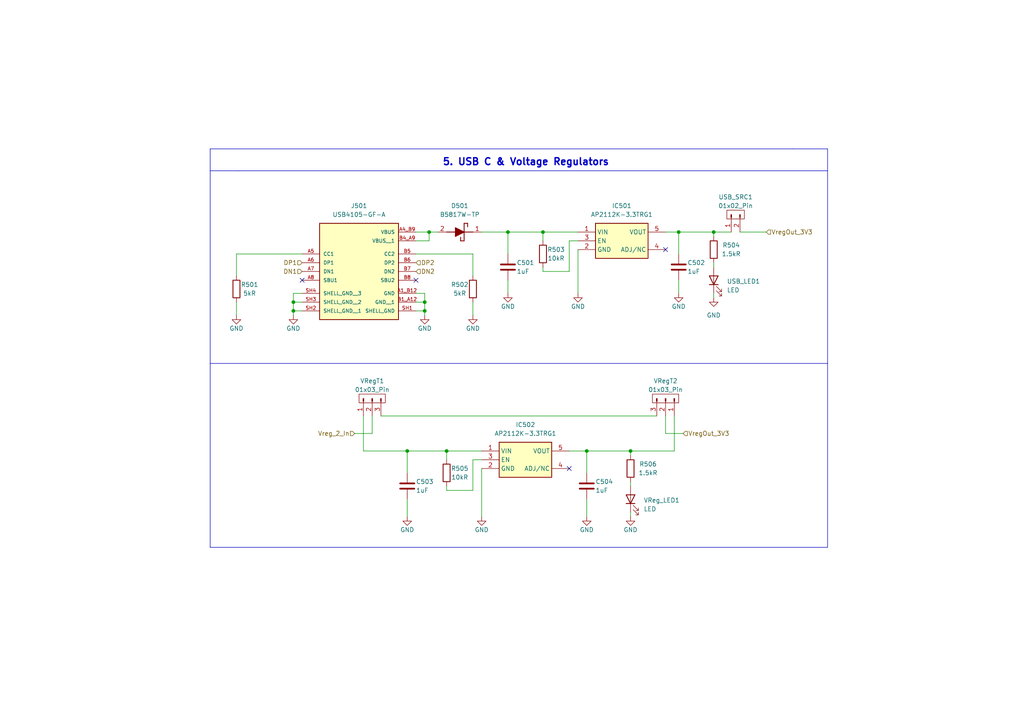
<source format=kicad_sch>
(kicad_sch (version 20230121) (generator eeschema)

  (uuid 47820a83-ebe7-4d86-b404-c1da0de6f3a8)

  (paper "A4")

  (title_block
    (title "Solar Energy Manager")
    (rev "v1.0")
    (company "Thesis")
    (comment 1 "Author: Jason F J")
    (comment 2 "Matrk No: 3100513")
  )

  (lib_symbols
    (symbol "AP2112K-3_3TRG1:AP2112K-3.3TRG1" (in_bom yes) (on_board yes)
      (property "Reference" "IC2" (at 12.7 6.35 0)
        (effects (font (size 1.27 1.27)))
      )
      (property "Value" "AP2112K-3.3TRG1" (at 12.7 3.81 0)
        (effects (font (size 1.27 1.27)))
      )
      (property "Footprint" "AP2112K-3.3TRG1:SOT95P282X130-5N" (at 26.67 -94.92 0)
        (effects (font (size 1.27 1.27)) (justify left top) hide)
      )
      (property "Datasheet" "" (at 26.67 -194.92 0)
        (effects (font (size 1.27 1.27)) (justify left top) hide)
      )
      (property "Height" "1.3" (at 26.67 -394.92 0)
        (effects (font (size 1.27 1.27)) (justify left top) hide)
      )
      (property "Mouser Part Number" "621-AP2112K-3.3TRG1" (at 26.67 -494.92 0)
        (effects (font (size 1.27 1.27)) (justify left top) hide)
      )
      (property "Mouser Price/Stock" "https://www.mouser.co.uk/ProductDetail/Diodes-Incorporated/AP2112K-3.3TRG1?qs=x6A8l6qLYDDPYHosCdzh%2FA%3D%3D" (at 26.67 -594.92 0)
        (effects (font (size 1.27 1.27)) (justify left top) hide)
      )
      (property "Manufacturer_Name" "Diodes Incorporated" (at 26.67 -694.92 0)
        (effects (font (size 1.27 1.27)) (justify left top) hide)
      )
      (property "Manufacturer_Part_Number" "AP2112K-3.3TRG1" (at 26.67 -794.92 0)
        (effects (font (size 1.27 1.27)) (justify left top) hide)
      )
      (property "ki_description" "600mA 3.3V LDO Regulator Enable SOT23-5 DiodesZetex AP2112K-3.3TRG1, LDO Voltage Regulator, 3.3 V +/-1.5%, 2.5  6 Vin, 5-Pin SOT-23" (at 0 0 0)
        (effects (font (size 1.27 1.27)) hide)
      )
      (symbol "AP2112K-3.3TRG1_1_1"
        (rectangle (start 5.08 2.54) (end 20.32 -7.62)
          (stroke (width 0.254) (type default))
          (fill (type background))
        )
        (pin passive line (at 0 0 0) (length 5.08)
          (name "VIN" (effects (font (size 1.27 1.27))))
          (number "1" (effects (font (size 1.27 1.27))))
        )
        (pin passive line (at 0 -5.08 0) (length 5.08)
          (name "GND" (effects (font (size 1.27 1.27))))
          (number "2" (effects (font (size 1.27 1.27))))
        )
        (pin passive line (at 0 -2.54 0) (length 5.08)
          (name "EN" (effects (font (size 1.27 1.27))))
          (number "3" (effects (font (size 1.27 1.27))))
        )
        (pin passive line (at 25.4 -5.08 180) (length 5.08)
          (name "ADJ/NC" (effects (font (size 1.27 1.27))))
          (number "4" (effects (font (size 1.27 1.27))))
        )
        (pin passive line (at 25.4 0 180) (length 5.08)
          (name "VOUT" (effects (font (size 1.27 1.27))))
          (number "5" (effects (font (size 1.27 1.27))))
        )
      )
    )
    (symbol "B5817W-TP:B5817W-TP" (pin_names hide) (in_bom yes) (on_board yes)
      (property "Reference" "D1" (at 8.89 6.35 0)
        (effects (font (size 1.27 1.27)))
      )
      (property "Value" "B5817W-TP" (at 8.89 3.81 0)
        (effects (font (size 1.27 1.27)))
      )
      (property "Footprint" "SOD3716X135N" (at 12.7 -93.65 0)
        (effects (font (size 1.27 1.27)) (justify left top) hide)
      )
      (property "Datasheet" "https://www.mccsemi.com/pdf/Products/B5817W-B5819W(SOD-123).pdf" (at 12.7 -193.65 0)
        (effects (font (size 1.27 1.27)) (justify left top) hide)
      )
      (property "Height" "1.35" (at 12.7 -393.65 0)
        (effects (font (size 1.27 1.27)) (justify left top) hide)
      )
      (property "Mouser Part Number" "833-B5817W-TP" (at 12.7 -493.65 0)
        (effects (font (size 1.27 1.27)) (justify left top) hide)
      )
      (property "Mouser Price/Stock" "https://www.mouser.co.uk/ProductDetail/Micro-Commercial-Components-MCC/B5817W-TP?qs=6viq6gG%252BWEv8BqnTXWtCWg%3D%3D" (at 12.7 -593.65 0)
        (effects (font (size 1.27 1.27)) (justify left top) hide)
      )
      (property "Manufacturer_Name" "MCC" (at 12.7 -693.65 0)
        (effects (font (size 1.27 1.27)) (justify left top) hide)
      )
      (property "Manufacturer_Part_Number" "B5817W-TP" (at 12.7 -793.65 0)
        (effects (font (size 1.27 1.27)) (justify left top) hide)
      )
      (property "ki_description" "Diode 20 V 1A Surface Mount SOD-123" (at 0 0 0)
        (effects (font (size 1.27 1.27)) hide)
      )
      (symbol "B5817W-TP_1_1"
        (polyline
          (pts
            (xy 5.08 0)
            (xy 7.62 0)
          )
          (stroke (width 0.254) (type default))
          (fill (type none))
        )
        (polyline
          (pts
            (xy 6.604 -1.524)
            (xy 6.604 -2.54)
          )
          (stroke (width 0.254) (type default))
          (fill (type none))
        )
        (polyline
          (pts
            (xy 7.62 -2.54)
            (xy 6.604 -2.54)
          )
          (stroke (width 0.254) (type default))
          (fill (type none))
        )
        (polyline
          (pts
            (xy 7.62 2.54)
            (xy 7.62 -2.54)
          )
          (stroke (width 0.254) (type default))
          (fill (type none))
        )
        (polyline
          (pts
            (xy 7.62 2.54)
            (xy 8.636 2.54)
          )
          (stroke (width 0.254) (type default))
          (fill (type none))
        )
        (polyline
          (pts
            (xy 8.636 1.524)
            (xy 8.636 2.54)
          )
          (stroke (width 0.254) (type default))
          (fill (type none))
        )
        (polyline
          (pts
            (xy 10.16 0)
            (xy 12.7 0)
          )
          (stroke (width 0.254) (type default))
          (fill (type none))
        )
        (polyline
          (pts
            (xy 7.62 0)
            (xy 10.16 1.27)
            (xy 10.16 -1.27)
            (xy 7.62 0)
          )
          (stroke (width 0.254) (type default))
          (fill (type outline))
        )
        (pin passive line (at 2.54 0 0) (length 2.54)
          (name "K" (effects (font (size 1.27 1.27))))
          (number "1" (effects (font (size 1.27 1.27))))
        )
        (pin passive line (at 15.24 0 180) (length 2.54)
          (name "A" (effects (font (size 1.27 1.27))))
          (number "2" (effects (font (size 1.27 1.27))))
        )
      )
    )
    (symbol "Connector:Conn_01x02_Pin" (pin_names (offset 1.016) hide) (in_bom yes) (on_board yes)
      (property "Reference" "RESET1" (at 0 5.08 0)
        (effects (font (size 1.27 1.27)))
      )
      (property "Value" "01x02_Pin" (at 0.635 2.54 0)
        (effects (font (size 1.27 1.27)))
      )
      (property "Footprint" "" (at 0 0 0)
        (effects (font (size 1.27 1.27)) hide)
      )
      (property "Datasheet" "~" (at 0 0 0)
        (effects (font (size 1.27 1.27)) hide)
      )
      (property "ki_locked" "" (at 0 0 0)
        (effects (font (size 1.27 1.27)))
      )
      (property "ki_keywords" "connector" (at 0 0 0)
        (effects (font (size 1.27 1.27)) hide)
      )
      (property "ki_description" "Generic connector, single row, 01x02, script generated" (at 0 0 0)
        (effects (font (size 1.27 1.27)) hide)
      )
      (property "ki_fp_filters" "Connector*:*_1x??_*" (at 0 0 0)
        (effects (font (size 1.27 1.27)) hide)
      )
      (symbol "Conn_01x02_Pin_1_1"
        (rectangle (start -1.27 1.27) (end 1.27 -3.81)
          (stroke (width 0) (type default))
          (fill (type none))
        )
        (polyline
          (pts
            (xy 1.27 -2.54)
            (xy 0.8636 -2.54)
          )
          (stroke (width 0.1524) (type default))
          (fill (type none))
        )
        (polyline
          (pts
            (xy 1.27 0)
            (xy 0.8636 0)
          )
          (stroke (width 0.1524) (type default))
          (fill (type none))
        )
        (rectangle (start 0.8636 -2.413) (end 0 -2.667)
          (stroke (width 0.1524) (type default))
          (fill (type outline))
        )
        (rectangle (start 0.8636 0.127) (end 0 -0.127)
          (stroke (width 0.1524) (type default))
          (fill (type outline))
        )
        (pin passive line (at 5.08 0 180) (length 3.81)
          (name "Pin_1" (effects (font (size 1.27 1.27))))
          (number "1" (effects (font (size 1.27 1.27))))
        )
        (pin passive line (at 5.08 -2.54 180) (length 3.81)
          (name "Pin_2" (effects (font (size 1.27 1.27))))
          (number "2" (effects (font (size 1.27 1.27))))
        )
      )
    )
    (symbol "Connector:Conn_01x03_Pin" (pin_names (offset 1.016) hide) (in_bom yes) (on_board yes)
      (property "Reference" "J2" (at 0.635 7.62 0)
        (effects (font (size 1.27 1.27)))
      )
      (property "Value" "Conn_01x03_Pin" (at 0.635 5.08 0)
        (effects (font (size 1.27 1.27)))
      )
      (property "Footprint" "" (at 0 0 0)
        (effects (font (size 1.27 1.27)) hide)
      )
      (property "Datasheet" "~" (at 0 0 0)
        (effects (font (size 1.27 1.27)) hide)
      )
      (property "ki_locked" "" (at 0 0 0)
        (effects (font (size 1.27 1.27)))
      )
      (property "ki_keywords" "connector" (at 0 0 0)
        (effects (font (size 1.27 1.27)) hide)
      )
      (property "ki_description" "Generic connector, single row, 01x03, script generated" (at 0 0 0)
        (effects (font (size 1.27 1.27)) hide)
      )
      (property "ki_fp_filters" "Connector*:*_1x??_*" (at 0 0 0)
        (effects (font (size 1.27 1.27)) hide)
      )
      (symbol "Conn_01x03_Pin_1_1"
        (rectangle (start -1.27 3.81) (end 1.27 -3.81)
          (stroke (width 0) (type default))
          (fill (type none))
        )
        (polyline
          (pts
            (xy 1.27 -2.54)
            (xy 0.8636 -2.54)
          )
          (stroke (width 0.1524) (type default))
          (fill (type none))
        )
        (polyline
          (pts
            (xy 1.27 0)
            (xy 0.8636 0)
          )
          (stroke (width 0.1524) (type default))
          (fill (type none))
        )
        (polyline
          (pts
            (xy 1.27 2.54)
            (xy 0.8636 2.54)
          )
          (stroke (width 0.1524) (type default))
          (fill (type none))
        )
        (rectangle (start 0.8636 -2.413) (end 0 -2.667)
          (stroke (width 0.1524) (type default))
          (fill (type outline))
        )
        (rectangle (start 0.8636 0.127) (end 0 -0.127)
          (stroke (width 0.1524) (type default))
          (fill (type outline))
        )
        (rectangle (start 0.8636 2.667) (end 0 2.413)
          (stroke (width 0.1524) (type default))
          (fill (type outline))
        )
        (pin passive line (at 5.08 2.54 180) (length 3.81)
          (name "Pin_1" (effects (font (size 1.27 1.27))))
          (number "1" (effects (font (size 1.27 1.27))))
        )
        (pin passive line (at 5.08 0 180) (length 3.81)
          (name "Pin_2" (effects (font (size 1.27 1.27))))
          (number "2" (effects (font (size 1.27 1.27))))
        )
        (pin passive line (at 5.08 -2.54 180) (length 3.81)
          (name "Pin_3" (effects (font (size 1.27 1.27))))
          (number "3" (effects (font (size 1.27 1.27))))
        )
      )
    )
    (symbol "Device:C" (pin_numbers hide) (pin_names (offset 0.254)) (in_bom yes) (on_board yes)
      (property "Reference" "C" (at 0.635 2.54 0)
        (effects (font (size 1.27 1.27)) (justify left))
      )
      (property "Value" "C" (at 0.635 -2.54 0)
        (effects (font (size 1.27 1.27)) (justify left))
      )
      (property "Footprint" "" (at 0.9652 -3.81 0)
        (effects (font (size 1.27 1.27)) hide)
      )
      (property "Datasheet" "~" (at 0 0 0)
        (effects (font (size 1.27 1.27)) hide)
      )
      (property "ki_keywords" "cap capacitor" (at 0 0 0)
        (effects (font (size 1.27 1.27)) hide)
      )
      (property "ki_description" "Unpolarized capacitor" (at 0 0 0)
        (effects (font (size 1.27 1.27)) hide)
      )
      (property "ki_fp_filters" "C_*" (at 0 0 0)
        (effects (font (size 1.27 1.27)) hide)
      )
      (symbol "C_0_1"
        (polyline
          (pts
            (xy -2.032 -0.762)
            (xy 2.032 -0.762)
          )
          (stroke (width 0.508) (type default))
          (fill (type none))
        )
        (polyline
          (pts
            (xy -2.032 0.762)
            (xy 2.032 0.762)
          )
          (stroke (width 0.508) (type default))
          (fill (type none))
        )
      )
      (symbol "C_1_1"
        (pin passive line (at 0 3.81 270) (length 2.794)
          (name "~" (effects (font (size 1.27 1.27))))
          (number "1" (effects (font (size 1.27 1.27))))
        )
        (pin passive line (at 0 -3.81 90) (length 2.794)
          (name "~" (effects (font (size 1.27 1.27))))
          (number "2" (effects (font (size 1.27 1.27))))
        )
      )
    )
    (symbol "Device:LED" (pin_numbers hide) (pin_names (offset 1.016) hide) (in_bom yes) (on_board yes)
      (property "Reference" "D" (at 0 2.54 0)
        (effects (font (size 1.27 1.27)))
      )
      (property "Value" "LED" (at 0 -2.54 0)
        (effects (font (size 1.27 1.27)))
      )
      (property "Footprint" "" (at 0 0 0)
        (effects (font (size 1.27 1.27)) hide)
      )
      (property "Datasheet" "~" (at 0 0 0)
        (effects (font (size 1.27 1.27)) hide)
      )
      (property "ki_keywords" "LED diode" (at 0 0 0)
        (effects (font (size 1.27 1.27)) hide)
      )
      (property "ki_description" "Light emitting diode" (at 0 0 0)
        (effects (font (size 1.27 1.27)) hide)
      )
      (property "ki_fp_filters" "LED* LED_SMD:* LED_THT:*" (at 0 0 0)
        (effects (font (size 1.27 1.27)) hide)
      )
      (symbol "LED_0_1"
        (polyline
          (pts
            (xy -1.27 -1.27)
            (xy -1.27 1.27)
          )
          (stroke (width 0.254) (type default))
          (fill (type none))
        )
        (polyline
          (pts
            (xy -1.27 0)
            (xy 1.27 0)
          )
          (stroke (width 0) (type default))
          (fill (type none))
        )
        (polyline
          (pts
            (xy 1.27 -1.27)
            (xy 1.27 1.27)
            (xy -1.27 0)
            (xy 1.27 -1.27)
          )
          (stroke (width 0.254) (type default))
          (fill (type none))
        )
        (polyline
          (pts
            (xy -3.048 -0.762)
            (xy -4.572 -2.286)
            (xy -3.81 -2.286)
            (xy -4.572 -2.286)
            (xy -4.572 -1.524)
          )
          (stroke (width 0) (type default))
          (fill (type none))
        )
        (polyline
          (pts
            (xy -1.778 -0.762)
            (xy -3.302 -2.286)
            (xy -2.54 -2.286)
            (xy -3.302 -2.286)
            (xy -3.302 -1.524)
          )
          (stroke (width 0) (type default))
          (fill (type none))
        )
      )
      (symbol "LED_1_1"
        (pin passive line (at -3.81 0 0) (length 2.54)
          (name "K" (effects (font (size 1.27 1.27))))
          (number "1" (effects (font (size 1.27 1.27))))
        )
        (pin passive line (at 3.81 0 180) (length 2.54)
          (name "A" (effects (font (size 1.27 1.27))))
          (number "2" (effects (font (size 1.27 1.27))))
        )
      )
    )
    (symbol "Device:R" (pin_numbers hide) (pin_names (offset 0)) (in_bom yes) (on_board yes)
      (property "Reference" "R" (at 2.032 0 90)
        (effects (font (size 1.27 1.27)))
      )
      (property "Value" "R" (at 0 0 90)
        (effects (font (size 1.27 1.27)))
      )
      (property "Footprint" "" (at -1.778 0 90)
        (effects (font (size 1.27 1.27)) hide)
      )
      (property "Datasheet" "~" (at 0 0 0)
        (effects (font (size 1.27 1.27)) hide)
      )
      (property "ki_keywords" "R res resistor" (at 0 0 0)
        (effects (font (size 1.27 1.27)) hide)
      )
      (property "ki_description" "Resistor" (at 0 0 0)
        (effects (font (size 1.27 1.27)) hide)
      )
      (property "ki_fp_filters" "R_*" (at 0 0 0)
        (effects (font (size 1.27 1.27)) hide)
      )
      (symbol "R_0_1"
        (rectangle (start -1.016 -2.54) (end 1.016 2.54)
          (stroke (width 0.254) (type default))
          (fill (type none))
        )
      )
      (symbol "R_1_1"
        (pin passive line (at 0 3.81 270) (length 1.27)
          (name "~" (effects (font (size 1.27 1.27))))
          (number "1" (effects (font (size 1.27 1.27))))
        )
        (pin passive line (at 0 -3.81 90) (length 1.27)
          (name "~" (effects (font (size 1.27 1.27))))
          (number "2" (effects (font (size 1.27 1.27))))
        )
      )
    )
    (symbol "USB4105-GF-A:USB4105-GF-A" (pin_names (offset 1.016)) (in_bom yes) (on_board yes)
      (property "Reference" "J2" (at 0 17.78 0)
        (effects (font (size 1.27 1.27)))
      )
      (property "Value" "USB4105-GF-A" (at 0 15.24 0)
        (effects (font (size 1.27 1.27)))
      )
      (property "Footprint" "USB4105_GF_A:GCT_USB4105-GF-A" (at 0 0 0)
        (effects (font (size 1.27 1.27)) (justify bottom) hide)
      )
      (property "Datasheet" "" (at 0 0 0)
        (effects (font (size 1.27 1.27)) hide)
      )
      (property "PARTREV" "B3" (at 0 0 0)
        (effects (font (size 1.27 1.27)) (justify bottom) hide)
      )
      (property "MANUFACTURER" "Global Connector Technology" (at 0 0 0)
        (effects (font (size 1.27 1.27)) (justify bottom) hide)
      )
      (property "MAXIMUM_PACKAGE_HEIGHT" "3.31mm" (at 0 0 0)
        (effects (font (size 1.27 1.27)) (justify bottom) hide)
      )
      (property "STANDARD" "Manufacturer Recommendations" (at 0 0 0)
        (effects (font (size 1.27 1.27)) (justify bottom) hide)
      )
      (symbol "USB4105-GF-A_0_0"
        (rectangle (start -7.62 12.7) (end 15.24 -15.24)
          (stroke (width 0.254) (type default))
          (fill (type background))
        )
        (pin power_in line (at 20.32 -7.62 180) (length 5.08)
          (name "GND" (effects (font (size 1.016 1.016))))
          (number "A1_B12" (effects (font (size 1.016 1.016))))
        )
        (pin power_in line (at 20.32 10.16 180) (length 5.08)
          (name "VBUS" (effects (font (size 1.016 1.016))))
          (number "A4_B9" (effects (font (size 1.016 1.016))))
        )
        (pin bidirectional line (at -12.7 3.81 0) (length 5.08)
          (name "CC1" (effects (font (size 1.016 1.016))))
          (number "A5" (effects (font (size 1.016 1.016))))
        )
        (pin bidirectional line (at -12.7 1.27 0) (length 5.08)
          (name "DP1" (effects (font (size 1.016 1.016))))
          (number "A6" (effects (font (size 1.016 1.016))))
        )
        (pin bidirectional line (at -12.7 -1.27 0) (length 5.08)
          (name "DN1" (effects (font (size 1.016 1.016))))
          (number "A7" (effects (font (size 1.016 1.016))))
        )
        (pin bidirectional line (at -12.7 -3.81 0) (length 5.08)
          (name "SBU1" (effects (font (size 1.016 1.016))))
          (number "A8" (effects (font (size 1.016 1.016))))
        )
        (pin power_in line (at 20.32 -10.16 180) (length 5.08)
          (name "GND__1" (effects (font (size 1.016 1.016))))
          (number "B1_A12" (effects (font (size 1.016 1.016))))
        )
        (pin power_in line (at 20.32 7.62 180) (length 5.08)
          (name "VBUS__1" (effects (font (size 1.016 1.016))))
          (number "B4_A9" (effects (font (size 1.016 1.016))))
        )
        (pin bidirectional line (at 20.32 3.81 180) (length 5.08)
          (name "CC2" (effects (font (size 1.016 1.016))))
          (number "B5" (effects (font (size 1.016 1.016))))
        )
        (pin bidirectional line (at 20.32 1.27 180) (length 5.08)
          (name "DP2" (effects (font (size 1.016 1.016))))
          (number "B6" (effects (font (size 1.016 1.016))))
        )
        (pin bidirectional line (at 20.32 -1.27 180) (length 5.08)
          (name "DN2" (effects (font (size 1.016 1.016))))
          (number "B7" (effects (font (size 1.016 1.016))))
        )
        (pin bidirectional line (at 20.32 -3.81 180) (length 5.08)
          (name "SBU2" (effects (font (size 1.016 1.016))))
          (number "B8" (effects (font (size 1.016 1.016))))
        )
        (pin power_in line (at 20.32 -12.7 180) (length 5.08)
          (name "SHELL_GND" (effects (font (size 1.016 1.016))))
          (number "SH1" (effects (font (size 1.016 1.016))))
        )
        (pin power_in line (at -12.7 -12.7 0) (length 5.08)
          (name "SHELL_GND__1" (effects (font (size 1.016 1.016))))
          (number "SH2" (effects (font (size 1.016 1.016))))
        )
        (pin power_in line (at -12.7 -10.16 0) (length 5.08)
          (name "SHELL_GND__2" (effects (font (size 1.016 1.016))))
          (number "SH3" (effects (font (size 1.016 1.016))))
        )
        (pin power_in line (at -12.7 -7.62 0) (length 5.08)
          (name "SHELL_GND__3" (effects (font (size 1.016 1.016))))
          (number "SH4" (effects (font (size 1.016 1.016))))
        )
      )
    )
    (symbol "power:GND" (power) (pin_names (offset 0)) (in_bom yes) (on_board yes)
      (property "Reference" "#PWR" (at 0 -6.35 0)
        (effects (font (size 1.27 1.27)) hide)
      )
      (property "Value" "GND" (at 0 -3.81 0)
        (effects (font (size 1.27 1.27)))
      )
      (property "Footprint" "" (at 0 0 0)
        (effects (font (size 1.27 1.27)) hide)
      )
      (property "Datasheet" "" (at 0 0 0)
        (effects (font (size 1.27 1.27)) hide)
      )
      (property "ki_keywords" "global power" (at 0 0 0)
        (effects (font (size 1.27 1.27)) hide)
      )
      (property "ki_description" "Power symbol creates a global label with name \"GND\" , ground" (at 0 0 0)
        (effects (font (size 1.27 1.27)) hide)
      )
      (symbol "GND_0_1"
        (polyline
          (pts
            (xy 0 0)
            (xy 0 -1.27)
            (xy 1.27 -1.27)
            (xy 0 -2.54)
            (xy -1.27 -1.27)
            (xy 0 -1.27)
          )
          (stroke (width 0) (type default))
          (fill (type none))
        )
      )
      (symbol "GND_1_1"
        (pin power_in line (at 0 0 270) (length 0) hide
          (name "GND" (effects (font (size 1.27 1.27))))
          (number "1" (effects (font (size 1.27 1.27))))
        )
      )
    )
  )

  (junction (at 207.01 67.31) (diameter 0) (color 0 0 0 0)
    (uuid 028ce6a8-607b-433f-b4e1-2dc0157c4282)
  )
  (junction (at 170.18 130.81) (diameter 0) (color 0 0 0 0)
    (uuid 083460ae-3773-4642-8a83-f16de698870e)
  )
  (junction (at 157.48 67.31) (diameter 0) (color 0 0 0 0)
    (uuid 1b1a16f2-f92f-4523-bdcc-99c2612736a0)
  )
  (junction (at 118.11 130.81) (diameter 0) (color 0 0 0 0)
    (uuid 2733b0f4-5259-4aca-bbf4-7ee917395977)
  )
  (junction (at 147.32 67.31) (diameter 0) (color 0 0 0 0)
    (uuid 28b6df9f-9837-4ece-90be-3e4251ff540d)
  )
  (junction (at 129.54 130.81) (diameter 0) (color 0 0 0 0)
    (uuid 3318fedb-c67d-4833-acc9-edfa7ec234cc)
  )
  (junction (at 196.85 67.31) (diameter 0) (color 0 0 0 0)
    (uuid 46e656dc-2a67-4733-b594-e11209280898)
  )
  (junction (at 85.09 87.63) (diameter 0) (color 0 0 0 0)
    (uuid 50d3bf04-5177-487f-84d7-2c049e3acf8e)
  )
  (junction (at 124.46 67.31) (diameter 0) (color 0 0 0 0)
    (uuid 61179e4a-c54f-454d-a497-c6b3cc3a3804)
  )
  (junction (at 123.19 90.17) (diameter 0) (color 0 0 0 0)
    (uuid 67d015f4-c59e-4d4e-9a61-01f41640b0f0)
  )
  (junction (at 123.19 87.63) (diameter 0) (color 0 0 0 0)
    (uuid a0856a92-3ce7-45eb-858e-22845c78dc3f)
  )
  (junction (at 85.09 90.17) (diameter 0) (color 0 0 0 0)
    (uuid a2abd451-190c-4bbf-af05-35d5020b1ac2)
  )
  (junction (at 182.88 130.81) (diameter 0) (color 0 0 0 0)
    (uuid dc956527-0d9c-471e-acbe-d769edee20ae)
  )

  (no_connect (at 87.63 81.28) (uuid 43eeac26-f788-4d53-b050-cf3a1e6a789b))
  (no_connect (at 193.04 72.39) (uuid 8d29684f-6aa6-43a1-b10b-fcd98ac62ed9))
  (no_connect (at 120.65 81.28) (uuid e5c636bf-2848-4ec6-bc2d-710cdd30726e))
  (no_connect (at 165.1 135.89) (uuid e5d3984f-f39c-4c7c-b63d-5d0a258ab8af))

  (polyline (pts (xy 60.96 49.53) (xy 60.96 105.41))
    (stroke (width 0) (type default))
    (uuid 00633590-f516-4713-a728-1b138694451d)
  )

  (wire (pts (xy 182.88 148.59) (xy 182.88 149.86))
    (stroke (width 0) (type default))
    (uuid 00851e09-61a6-478c-bcd8-fa3526ce081d)
  )
  (wire (pts (xy 129.54 140.97) (xy 129.54 142.24))
    (stroke (width 0) (type default))
    (uuid 06eeb277-d30c-4eb2-825f-192363c687eb)
  )
  (wire (pts (xy 137.16 142.24) (xy 129.54 142.24))
    (stroke (width 0) (type default))
    (uuid 098c05ee-6c8c-4c86-a4af-e48dd997acb2)
  )
  (wire (pts (xy 139.7 135.89) (xy 139.7 149.86))
    (stroke (width 0) (type default))
    (uuid 0a6450ea-a9ca-44ea-a3f0-01d3852f58f4)
  )
  (wire (pts (xy 214.63 67.31) (xy 222.25 67.31))
    (stroke (width 0) (type default))
    (uuid 0c11a274-40af-4716-8d82-3174b65b76d6)
  )
  (polyline (pts (xy 60.96 43.18) (xy 60.96 49.53))
    (stroke (width 0) (type default))
    (uuid 0c28e0a4-131f-4608-be25-fa1b5ea05cdc)
  )

  (wire (pts (xy 182.88 132.08) (xy 182.88 130.81))
    (stroke (width 0) (type default))
    (uuid 0f0092e1-dec8-4486-aedd-a2eaa994a1c3)
  )
  (wire (pts (xy 102.87 125.73) (xy 107.95 125.73))
    (stroke (width 0) (type default))
    (uuid 1712ae0c-fffb-4697-b0bf-cef3ccc4ccd7)
  )
  (polyline (pts (xy 229.87 43.18) (xy 60.96 43.18))
    (stroke (width 0) (type default))
    (uuid 28257209-9226-462d-8494-63bd3bd812c4)
  )

  (wire (pts (xy 207.01 67.31) (xy 212.09 67.31))
    (stroke (width 0) (type default))
    (uuid 283d0865-c2bf-4e86-b9ea-c22ab79c0e73)
  )
  (wire (pts (xy 68.58 73.66) (xy 87.63 73.66))
    (stroke (width 0) (type default))
    (uuid 2d40135c-6130-4c83-85e2-f2a152441def)
  )
  (wire (pts (xy 123.19 87.63) (xy 123.19 90.17))
    (stroke (width 0) (type default))
    (uuid 31452611-18dc-4ad6-8ae1-224fd1a2c26b)
  )
  (wire (pts (xy 137.16 133.35) (xy 137.16 142.24))
    (stroke (width 0) (type default))
    (uuid 38f7f548-d341-4b9d-b0c5-dc12e749fba8)
  )
  (wire (pts (xy 85.09 87.63) (xy 87.63 87.63))
    (stroke (width 0) (type default))
    (uuid 3a1b1bfa-5402-4cdd-ac3f-cbd9a0d55a8a)
  )
  (wire (pts (xy 139.7 67.31) (xy 147.32 67.31))
    (stroke (width 0) (type default))
    (uuid 3e5d4960-babe-4697-9cae-d8c2f3dd38df)
  )
  (wire (pts (xy 137.16 73.66) (xy 137.16 80.01))
    (stroke (width 0) (type default))
    (uuid 425e3313-665d-45a7-b148-d35081025641)
  )
  (polyline (pts (xy 229.87 43.18) (xy 240.03 43.18))
    (stroke (width 0) (type default))
    (uuid 428c08b3-f90f-43fb-980e-519a1755c121)
  )

  (wire (pts (xy 85.09 85.09) (xy 85.09 87.63))
    (stroke (width 0) (type default))
    (uuid 45e7779d-4087-4a54-9559-8476aece4c00)
  )
  (wire (pts (xy 85.09 90.17) (xy 87.63 90.17))
    (stroke (width 0) (type default))
    (uuid 4bbbfa18-592b-4a34-bc75-f85cd3a1a590)
  )
  (wire (pts (xy 193.04 67.31) (xy 196.85 67.31))
    (stroke (width 0) (type default))
    (uuid 50b1bfaa-dead-4640-8596-a8f8465f9a92)
  )
  (wire (pts (xy 196.85 67.31) (xy 196.85 73.66))
    (stroke (width 0) (type default))
    (uuid 550f4e7c-7bb4-4287-8ba9-98223646943c)
  )
  (wire (pts (xy 207.01 85.09) (xy 207.01 86.36))
    (stroke (width 0) (type default))
    (uuid 590b6804-d350-4671-9276-0318edcada6b)
  )
  (wire (pts (xy 195.58 130.81) (xy 195.58 120.65))
    (stroke (width 0) (type default))
    (uuid 60ff124d-85e5-448e-a0bb-75839efc20f4)
  )
  (wire (pts (xy 120.65 90.17) (xy 123.19 90.17))
    (stroke (width 0) (type default))
    (uuid 623e6eea-2b1d-45bf-9dac-c3e43563123c)
  )
  (wire (pts (xy 123.19 85.09) (xy 123.19 87.63))
    (stroke (width 0) (type default))
    (uuid 6b2df6d8-d358-47c1-b222-094131fdd626)
  )
  (wire (pts (xy 165.1 69.85) (xy 165.1 78.74))
    (stroke (width 0) (type default))
    (uuid 6d2e2e88-7d7d-4273-a7aa-63927b51e12d)
  )
  (wire (pts (xy 120.65 67.31) (xy 124.46 67.31))
    (stroke (width 0) (type default))
    (uuid 6d44cfc3-c9d3-4c90-a7f0-da1c67e7136e)
  )
  (wire (pts (xy 129.54 133.35) (xy 129.54 130.81))
    (stroke (width 0) (type default))
    (uuid 6f017082-c7c5-4c38-90c7-b1ce5b9633a2)
  )
  (wire (pts (xy 129.54 130.81) (xy 139.7 130.81))
    (stroke (width 0) (type default))
    (uuid 76e9b441-1186-4a52-bf20-19298a949a16)
  )
  (wire (pts (xy 170.18 130.81) (xy 182.88 130.81))
    (stroke (width 0) (type default))
    (uuid 7ddaa02b-ae39-4370-8224-9c0b4cea32ce)
  )
  (polyline (pts (xy 240.03 105.41) (xy 240.03 158.75))
    (stroke (width 0) (type default))
    (uuid 7fde7946-c5b1-4eff-acfd-d3a1cdbf2837)
  )
  (polyline (pts (xy 240.03 105.41) (xy 240.03 49.53))
    (stroke (width 0) (type default))
    (uuid 829af47e-d3c5-4303-8a09-51b660f097ac)
  )

  (wire (pts (xy 110.49 120.65) (xy 190.5 120.65))
    (stroke (width 0) (type default))
    (uuid 83664fa5-9c5d-4722-bd1f-6d798c5aff25)
  )
  (wire (pts (xy 147.32 81.28) (xy 147.32 85.09))
    (stroke (width 0) (type default))
    (uuid 8a748504-79dc-4f2d-a60c-454093c0b6c0)
  )
  (wire (pts (xy 139.7 133.35) (xy 137.16 133.35))
    (stroke (width 0) (type default))
    (uuid 8b06ad59-a17a-4678-8c81-f6b214378d7a)
  )
  (wire (pts (xy 123.19 90.17) (xy 123.19 91.44))
    (stroke (width 0) (type default))
    (uuid 8c54615a-227e-43a5-b450-4e524f1b0697)
  )
  (wire (pts (xy 105.41 120.65) (xy 105.41 130.81))
    (stroke (width 0) (type default))
    (uuid 8ddc5ecb-21ca-4016-bcbe-a6c95f1a6af9)
  )
  (wire (pts (xy 85.09 90.17) (xy 85.09 91.44))
    (stroke (width 0) (type default))
    (uuid 927336e2-bed5-4637-b345-0629592c1833)
  )
  (wire (pts (xy 165.1 130.81) (xy 170.18 130.81))
    (stroke (width 0) (type default))
    (uuid 9474b4a2-3cfa-4393-b65d-4b33869f731c)
  )
  (wire (pts (xy 196.85 67.31) (xy 207.01 67.31))
    (stroke (width 0) (type default))
    (uuid 9e21a42a-0ff0-42de-ac93-cf25116ea62f)
  )
  (wire (pts (xy 120.65 85.09) (xy 123.19 85.09))
    (stroke (width 0) (type default))
    (uuid 9eeaf670-01af-46af-a4d2-5e959e887634)
  )
  (wire (pts (xy 196.85 81.28) (xy 196.85 85.09))
    (stroke (width 0) (type default))
    (uuid a46cd3d4-e17f-48f2-ae75-f10564dc6c6e)
  )
  (wire (pts (xy 157.48 77.47) (xy 157.48 78.74))
    (stroke (width 0) (type default))
    (uuid a6302d59-8bea-48bb-a485-0400e539ade1)
  )
  (wire (pts (xy 157.48 69.85) (xy 157.48 67.31))
    (stroke (width 0) (type default))
    (uuid a978afcb-dee8-4344-8f01-ee5cba147b3f)
  )
  (polyline (pts (xy 68.58 49.53) (xy 240.03 49.53))
    (stroke (width 0) (type default))
    (uuid b02fe78a-c14e-42d4-aa78-aa31802cd2d7)
  )

  (wire (pts (xy 124.46 67.31) (xy 127 67.31))
    (stroke (width 0) (type default))
    (uuid b277aa7e-b300-43cd-8f75-12cf680985f4)
  )
  (wire (pts (xy 207.01 67.31) (xy 207.01 68.58))
    (stroke (width 0) (type default))
    (uuid b3e0984d-7765-4e99-8efd-080c110af547)
  )
  (wire (pts (xy 85.09 87.63) (xy 85.09 90.17))
    (stroke (width 0) (type default))
    (uuid b68607a0-e519-4cea-917e-62c70c2817e9)
  )
  (polyline (pts (xy 60.96 105.41) (xy 240.03 105.41))
    (stroke (width 0) (type default))
    (uuid bb9e35a4-f57e-4cd6-bf09-3b352e15be27)
  )

  (wire (pts (xy 85.09 85.09) (xy 87.63 85.09))
    (stroke (width 0) (type default))
    (uuid be3f6a5f-ee6d-458d-84b4-ad933efff074)
  )
  (wire (pts (xy 118.11 144.78) (xy 118.11 149.86))
    (stroke (width 0) (type default))
    (uuid be9c2d65-4c79-4b7a-a6f7-2e3a5d152787)
  )
  (wire (pts (xy 105.41 130.81) (xy 118.11 130.81))
    (stroke (width 0) (type default))
    (uuid bfac9791-d18f-46b0-921d-d1e60e7fa28b)
  )
  (wire (pts (xy 147.32 67.31) (xy 157.48 67.31))
    (stroke (width 0) (type default))
    (uuid c194c2f0-50f8-40bc-b9fb-b9ec7f3ad907)
  )
  (wire (pts (xy 68.58 73.66) (xy 68.58 80.01))
    (stroke (width 0) (type default))
    (uuid c22f6d28-ce87-4e5e-b123-ad84b79e0157)
  )
  (wire (pts (xy 167.64 69.85) (xy 165.1 69.85))
    (stroke (width 0) (type default))
    (uuid c34c11a3-ff7e-4630-aff8-e0629065dd4e)
  )
  (wire (pts (xy 170.18 144.78) (xy 170.18 149.86))
    (stroke (width 0) (type default))
    (uuid c5490207-1deb-4473-89bd-026a7fe76176)
  )
  (wire (pts (xy 118.11 130.81) (xy 129.54 130.81))
    (stroke (width 0) (type default))
    (uuid c59d1343-0953-45e1-b4c5-9a83b7173510)
  )
  (wire (pts (xy 182.88 130.81) (xy 195.58 130.81))
    (stroke (width 0) (type default))
    (uuid c775aef9-8211-49d9-b172-58662b02e6ef)
  )
  (wire (pts (xy 120.65 73.66) (xy 137.16 73.66))
    (stroke (width 0) (type default))
    (uuid c8d8578d-18ed-4cf8-ac98-c8a05dad63cd)
  )
  (polyline (pts (xy 240.03 49.53) (xy 240.03 43.18))
    (stroke (width 0) (type default))
    (uuid ca3b1c31-ff24-4c6d-a183-c2f75ba81c2b)
  )

  (wire (pts (xy 207.01 76.2) (xy 207.01 77.47))
    (stroke (width 0) (type default))
    (uuid cb79621f-bb4c-4fff-88f6-d1eea2a94a03)
  )
  (wire (pts (xy 124.46 69.85) (xy 124.46 67.31))
    (stroke (width 0) (type default))
    (uuid cde86d0b-a998-43b4-93b4-f86abc9815dd)
  )
  (wire (pts (xy 193.04 120.65) (xy 193.04 125.73))
    (stroke (width 0) (type default))
    (uuid d490eb15-b370-4f7e-a1e0-46272a073cbc)
  )
  (wire (pts (xy 137.16 87.63) (xy 137.16 91.44))
    (stroke (width 0) (type default))
    (uuid d80acdb8-01d6-435b-865a-f4dc34128430)
  )
  (wire (pts (xy 68.58 87.63) (xy 68.58 91.44))
    (stroke (width 0) (type default))
    (uuid d9e5fa93-1144-4dfc-af18-2a2ca4560792)
  )
  (polyline (pts (xy 60.96 49.53) (xy 69.85 49.53))
    (stroke (width 0) (type default))
    (uuid ded7215a-3bf8-4a4f-bfd9-52858db93130)
  )

  (wire (pts (xy 165.1 78.74) (xy 157.48 78.74))
    (stroke (width 0) (type default))
    (uuid e3dee822-0042-4076-9a60-7fa2cd18e9f7)
  )
  (wire (pts (xy 107.95 125.73) (xy 107.95 120.65))
    (stroke (width 0) (type default))
    (uuid e5e84851-2c83-4a43-bec9-7bfc5ab2e14f)
  )
  (polyline (pts (xy 60.96 105.41) (xy 60.96 158.75))
    (stroke (width 0) (type default))
    (uuid e5f7b80b-25d5-4cd7-b445-680a25b05e65)
  )

  (wire (pts (xy 120.65 69.85) (xy 124.46 69.85))
    (stroke (width 0) (type default))
    (uuid e844a560-48b5-4ece-8198-3889b161d060)
  )
  (wire (pts (xy 193.04 125.73) (xy 198.12 125.73))
    (stroke (width 0) (type default))
    (uuid e9ac3255-92c4-464c-a68d-9b84723a2c6d)
  )
  (wire (pts (xy 167.64 72.39) (xy 167.64 85.09))
    (stroke (width 0) (type default))
    (uuid ea04cfd4-a2a2-414c-b202-9a08991b1797)
  )
  (wire (pts (xy 182.88 139.7) (xy 182.88 140.97))
    (stroke (width 0) (type default))
    (uuid ed3f4964-175f-410e-b682-cb3e95a0fd4b)
  )
  (polyline (pts (xy 60.96 158.75) (xy 240.03 158.75))
    (stroke (width 0) (type default))
    (uuid eedc082d-b4bd-48ac-b600-855e11315bee)
  )

  (wire (pts (xy 120.65 87.63) (xy 123.19 87.63))
    (stroke (width 0) (type default))
    (uuid efca6f70-6390-4760-9d44-798fab95362c)
  )
  (wire (pts (xy 157.48 67.31) (xy 167.64 67.31))
    (stroke (width 0) (type default))
    (uuid f4c75a31-ed2a-4a0e-b116-5306d17a9948)
  )
  (wire (pts (xy 147.32 67.31) (xy 147.32 73.66))
    (stroke (width 0) (type default))
    (uuid f729d7bc-ff5e-4759-a1f9-4b5de2335fae)
  )
  (wire (pts (xy 118.11 130.81) (xy 118.11 137.16))
    (stroke (width 0) (type default))
    (uuid f83f92a5-2110-47a2-b3d4-206554b95e2b)
  )
  (wire (pts (xy 170.18 130.81) (xy 170.18 137.16))
    (stroke (width 0) (type default))
    (uuid fb159e31-c25b-4852-b222-2f13f82f1d8e)
  )

  (text "5. USB C & Voltage Regulators" (at 128.27 48.26 0)
    (effects (font (size 2 2) (thickness 0.4) bold) (justify left bottom))
    (uuid 962175c1-673c-4839-9a5d-9f648e7273e1)
  )

  (hierarchical_label "Vreg_2_In" (shape input) (at 102.87 125.73 180) (fields_autoplaced)
    (effects (font (size 1.27 1.27)) (justify right))
    (uuid 15969a10-51ae-41ec-8b84-b28ddef93c03)
  )
  (hierarchical_label "VregOut_3V3" (shape input) (at 198.12 125.73 0) (fields_autoplaced)
    (effects (font (size 1.27 1.27)) (justify left))
    (uuid 3500ceda-c3f4-4d08-ad26-41557b56fcf5)
  )
  (hierarchical_label "VregOut_3V3" (shape input) (at 222.25 67.31 0) (fields_autoplaced)
    (effects (font (size 1.27 1.27)) (justify left))
    (uuid 3c9dc2c0-60c0-4224-9121-25f22751f392)
  )
  (hierarchical_label "DN2" (shape input) (at 120.65 78.74 0) (fields_autoplaced)
    (effects (font (size 1.27 1.27)) (justify left))
    (uuid 432b8b97-5f94-44dd-a92c-03f879576a0c)
  )
  (hierarchical_label "DP2" (shape input) (at 120.65 76.2 0) (fields_autoplaced)
    (effects (font (size 1.27 1.27)) (justify left))
    (uuid 4ea557a9-4c88-46ba-b433-c44f327119cb)
  )
  (hierarchical_label "DN1" (shape input) (at 87.63 78.74 180) (fields_autoplaced)
    (effects (font (size 1.27 1.27)) (justify right))
    (uuid 9748f76f-26fb-4541-871b-ded6862c9cd3)
  )
  (hierarchical_label "DP1" (shape input) (at 87.63 76.2 180) (fields_autoplaced)
    (effects (font (size 1.27 1.27)) (justify right))
    (uuid bbedc2cd-1b42-43f0-993d-94bda1441f0c)
  )

  (symbol (lib_id "power:GND") (at 147.32 85.09 0) (unit 1)
    (in_bom yes) (on_board yes) (dnp no)
    (uuid 04083b6f-fcaf-4ff7-88a5-c6c6178f1575)
    (property "Reference" "#PWR0100" (at 147.32 91.44 0)
      (effects (font (size 1.27 1.27)) hide)
    )
    (property "Value" "GND" (at 147.32 88.9 0)
      (effects (font (size 1.27 1.27)))
    )
    (property "Footprint" "" (at 147.32 85.09 0)
      (effects (font (size 1.27 1.27)) hide)
    )
    (property "Datasheet" "" (at 147.32 85.09 0)
      (effects (font (size 1.27 1.27)) hide)
    )
    (pin "1" (uuid 92e54ef2-35ce-45b4-a3fe-cd0731a9f08b))
    (instances
      (project "SolarEnergyManager_v1.0"
        (path "/31384d59-52a3-4615-8015-e835fc0b8277/a2d36121-dd0b-4b35-8400-92b4de66c868"
          (reference "#PWR0100") (unit 1)
        )
      )
    )
  )

  (symbol (lib_id "Device:R") (at 207.01 72.39 180) (unit 1)
    (in_bom yes) (on_board yes) (dnp no)
    (uuid 0deeb574-c76d-4b20-bacd-b7f6973dae62)
    (property "Reference" "R504" (at 212.09 71.12 0)
      (effects (font (size 1.27 1.27)))
    )
    (property "Value" "1.5kR" (at 212.09 73.66 0)
      (effects (font (size 1.27 1.27)))
    )
    (property "Footprint" "Resistor_SMD:R_0402_1005Metric" (at 208.788 72.39 90)
      (effects (font (size 1.27 1.27)) hide)
    )
    (property "Datasheet" "~" (at 207.01 72.39 0)
      (effects (font (size 1.27 1.27)) hide)
    )
    (pin "2" (uuid 5f57c8c6-c06d-4d3f-b659-70952a996bca))
    (pin "1" (uuid 38ce3e5c-b8b5-4bb6-9eb3-67890a36e961))
    (instances
      (project "SolarEnergyManager_v1.0"
        (path "/31384d59-52a3-4615-8015-e835fc0b8277/a2d36121-dd0b-4b35-8400-92b4de66c868"
          (reference "R504") (unit 1)
        )
      )
    )
  )

  (symbol (lib_id "power:GND") (at 118.11 149.86 0) (unit 1)
    (in_bom yes) (on_board yes) (dnp no)
    (uuid 0e4abf3f-020b-4ba6-9215-7da49d738399)
    (property "Reference" "#PWR01" (at 118.11 156.21 0)
      (effects (font (size 1.27 1.27)) hide)
    )
    (property "Value" "GND" (at 118.11 153.67 0)
      (effects (font (size 1.27 1.27)))
    )
    (property "Footprint" "" (at 118.11 149.86 0)
      (effects (font (size 1.27 1.27)) hide)
    )
    (property "Datasheet" "" (at 118.11 149.86 0)
      (effects (font (size 1.27 1.27)) hide)
    )
    (pin "1" (uuid 0a469b4d-2863-4b1b-8136-9803f9333841))
    (instances
      (project "SolarEnergyManager_v1.0"
        (path "/31384d59-52a3-4615-8015-e835fc0b8277/a2d36121-dd0b-4b35-8400-92b4de66c868"
          (reference "#PWR01") (unit 1)
        )
      )
    )
  )

  (symbol (lib_id "power:GND") (at 182.88 149.86 0) (unit 1)
    (in_bom yes) (on_board yes) (dnp no)
    (uuid 10e1ae84-b820-488e-93c1-0ef588f84dcd)
    (property "Reference" "#PWR0107" (at 182.88 156.21 0)
      (effects (font (size 1.27 1.27)) hide)
    )
    (property "Value" "GND" (at 182.88 153.67 0)
      (effects (font (size 1.27 1.27)))
    )
    (property "Footprint" "" (at 182.88 149.86 0)
      (effects (font (size 1.27 1.27)) hide)
    )
    (property "Datasheet" "" (at 182.88 149.86 0)
      (effects (font (size 1.27 1.27)) hide)
    )
    (pin "1" (uuid dc5c7a19-15cf-4baa-945d-b5d590d3b015))
    (instances
      (project "SolarEnergyManager_v1.0"
        (path "/31384d59-52a3-4615-8015-e835fc0b8277/a2d36121-dd0b-4b35-8400-92b4de66c868"
          (reference "#PWR0107") (unit 1)
        )
      )
    )
  )

  (symbol (lib_id "Device:R") (at 137.16 83.82 180) (unit 1)
    (in_bom yes) (on_board yes) (dnp no)
    (uuid 1947c23c-5de1-405c-b12d-f3d60160cc1a)
    (property "Reference" "R502" (at 133.35 82.55 0)
      (effects (font (size 1.27 1.27)))
    )
    (property "Value" "5kR" (at 133.35 85.09 0)
      (effects (font (size 1.27 1.27)))
    )
    (property "Footprint" "Resistor_SMD:R_0402_1005Metric" (at 138.938 83.82 90)
      (effects (font (size 1.27 1.27)) hide)
    )
    (property "Datasheet" "~" (at 137.16 83.82 0)
      (effects (font (size 1.27 1.27)) hide)
    )
    (pin "2" (uuid 6c229467-55e8-4ae8-978c-92a3b8af045e))
    (pin "1" (uuid 3f04e425-7516-44c5-bf88-a8162012f00c))
    (instances
      (project "SolarEnergyManager_v1.0"
        (path "/31384d59-52a3-4615-8015-e835fc0b8277/a2d36121-dd0b-4b35-8400-92b4de66c868"
          (reference "R502") (unit 1)
        )
      )
    )
  )

  (symbol (lib_id "Device:C") (at 147.32 77.47 0) (unit 1)
    (in_bom yes) (on_board yes) (dnp no)
    (uuid 1bb5742d-35ca-42d0-887c-74e7319cf8d9)
    (property "Reference" "C501" (at 149.86 76.2 0)
      (effects (font (size 1.27 1.27)) (justify left))
    )
    (property "Value" "1uF" (at 149.86 78.74 0)
      (effects (font (size 1.27 1.27)) (justify left))
    )
    (property "Footprint" "Capacitor_SMD:C_0402_1005Metric" (at 148.2852 81.28 0)
      (effects (font (size 1.27 1.27)) hide)
    )
    (property "Datasheet" "~" (at 147.32 77.47 0)
      (effects (font (size 1.27 1.27)) hide)
    )
    (pin "2" (uuid 7ae0b696-5f56-464f-9802-6fd55536e34e))
    (pin "1" (uuid 50f492ee-6471-4072-8940-4c1f3fcf145e))
    (instances
      (project "SolarEnergyManager_v1.0"
        (path "/31384d59-52a3-4615-8015-e835fc0b8277/a2d36121-dd0b-4b35-8400-92b4de66c868"
          (reference "C501") (unit 1)
        )
      )
    )
  )

  (symbol (lib_id "power:GND") (at 196.85 85.09 0) (unit 1)
    (in_bom yes) (on_board yes) (dnp no)
    (uuid 20c72c89-6272-4705-9b1c-915345675f7d)
    (property "Reference" "#PWR0102" (at 196.85 91.44 0)
      (effects (font (size 1.27 1.27)) hide)
    )
    (property "Value" "GND" (at 196.85 88.9 0)
      (effects (font (size 1.27 1.27)))
    )
    (property "Footprint" "" (at 196.85 85.09 0)
      (effects (font (size 1.27 1.27)) hide)
    )
    (property "Datasheet" "" (at 196.85 85.09 0)
      (effects (font (size 1.27 1.27)) hide)
    )
    (pin "1" (uuid 162bbed5-93e4-424e-8fa7-db9d49ed683c))
    (instances
      (project "SolarEnergyManager_v1.0"
        (path "/31384d59-52a3-4615-8015-e835fc0b8277/a2d36121-dd0b-4b35-8400-92b4de66c868"
          (reference "#PWR0102") (unit 1)
        )
      )
    )
  )

  (symbol (lib_id "Device:C") (at 170.18 140.97 0) (unit 1)
    (in_bom yes) (on_board yes) (dnp no)
    (uuid 22635315-94e2-4d73-b3eb-11b45e8d378c)
    (property "Reference" "C504" (at 172.72 139.7 0)
      (effects (font (size 1.27 1.27)) (justify left))
    )
    (property "Value" "1uF" (at 172.72 142.24 0)
      (effects (font (size 1.27 1.27)) (justify left))
    )
    (property "Footprint" "Capacitor_SMD:C_0402_1005Metric" (at 171.1452 144.78 0)
      (effects (font (size 1.27 1.27)) hide)
    )
    (property "Datasheet" "~" (at 170.18 140.97 0)
      (effects (font (size 1.27 1.27)) hide)
    )
    (pin "2" (uuid c4e737f4-5dc5-4527-aec9-84a92d5b77b7))
    (pin "1" (uuid 05b0b6f4-f275-448f-8e5b-86ecc788276c))
    (instances
      (project "SolarEnergyManager_v1.0"
        (path "/31384d59-52a3-4615-8015-e835fc0b8277/a2d36121-dd0b-4b35-8400-92b4de66c868"
          (reference "C504") (unit 1)
        )
      )
    )
  )

  (symbol (lib_id "Device:R") (at 157.48 73.66 180) (unit 1)
    (in_bom yes) (on_board yes) (dnp no)
    (uuid 31a5533e-2238-4a3e-ac44-83ec6dcceb50)
    (property "Reference" "R503" (at 161.29 72.39 0)
      (effects (font (size 1.27 1.27)))
    )
    (property "Value" "10kR" (at 161.29 74.93 0)
      (effects (font (size 1.27 1.27)))
    )
    (property "Footprint" "Resistor_SMD:R_0402_1005Metric" (at 159.258 73.66 90)
      (effects (font (size 1.27 1.27)) hide)
    )
    (property "Datasheet" "~" (at 157.48 73.66 0)
      (effects (font (size 1.27 1.27)) hide)
    )
    (pin "2" (uuid c633704d-b5f5-433d-b2e8-86a49dd7e969))
    (pin "1" (uuid 235c7b1e-2168-4d89-bbde-953a1deb18e1))
    (instances
      (project "SolarEnergyManager_v1.0"
        (path "/31384d59-52a3-4615-8015-e835fc0b8277/a2d36121-dd0b-4b35-8400-92b4de66c868"
          (reference "R503") (unit 1)
        )
      )
    )
  )

  (symbol (lib_id "Device:C") (at 118.11 140.97 0) (unit 1)
    (in_bom yes) (on_board yes) (dnp no)
    (uuid 34421a7a-a7f3-427d-9083-644280570150)
    (property "Reference" "C503" (at 120.65 139.7 0)
      (effects (font (size 1.27 1.27)) (justify left))
    )
    (property "Value" "1uF" (at 120.65 142.24 0)
      (effects (font (size 1.27 1.27)) (justify left))
    )
    (property "Footprint" "Capacitor_SMD:C_0402_1005Metric" (at 119.0752 144.78 0)
      (effects (font (size 1.27 1.27)) hide)
    )
    (property "Datasheet" "~" (at 118.11 140.97 0)
      (effects (font (size 1.27 1.27)) hide)
    )
    (pin "2" (uuid 4c8941b4-9003-41b9-b12b-ff06a0ae7d9c))
    (pin "1" (uuid 9082ae79-14fc-4359-8c85-88c06810593e))
    (instances
      (project "SolarEnergyManager_v1.0"
        (path "/31384d59-52a3-4615-8015-e835fc0b8277/a2d36121-dd0b-4b35-8400-92b4de66c868"
          (reference "C503") (unit 1)
        )
      )
    )
  )

  (symbol (lib_id "Device:R") (at 182.88 135.89 180) (unit 1)
    (in_bom yes) (on_board yes) (dnp no)
    (uuid 449afc69-76fd-4929-ac21-2074a8ff04d1)
    (property "Reference" "R506" (at 187.96 134.62 0)
      (effects (font (size 1.27 1.27)))
    )
    (property "Value" "1.5kR" (at 187.96 137.16 0)
      (effects (font (size 1.27 1.27)))
    )
    (property "Footprint" "Resistor_SMD:R_0402_1005Metric" (at 184.658 135.89 90)
      (effects (font (size 1.27 1.27)) hide)
    )
    (property "Datasheet" "~" (at 182.88 135.89 0)
      (effects (font (size 1.27 1.27)) hide)
    )
    (pin "2" (uuid a72dbdef-de93-4653-b69e-aa81ba1d1233))
    (pin "1" (uuid 0e2482f1-62a3-4234-85d3-33426c5060c5))
    (instances
      (project "SolarEnergyManager_v1.0"
        (path "/31384d59-52a3-4615-8015-e835fc0b8277/a2d36121-dd0b-4b35-8400-92b4de66c868"
          (reference "R506") (unit 1)
        )
      )
    )
  )

  (symbol (lib_id "Connector:Conn_01x03_Pin") (at 107.95 115.57 90) (mirror x) (unit 1)
    (in_bom yes) (on_board yes) (dnp no)
    (uuid 485c0d0e-cee7-47aa-9012-864c5cc864d5)
    (property "Reference" "VRegT1" (at 107.95 110.49 90)
      (effects (font (size 1.27 1.27)))
    )
    (property "Value" "01x03_Pin" (at 107.95 113.03 90)
      (effects (font (size 1.27 1.27)))
    )
    (property "Footprint" "Connector_PinHeader_2.54mm:PinHeader_1x03_P2.54mm_Vertical" (at 107.95 115.57 0)
      (effects (font (size 1.27 1.27)) hide)
    )
    (property "Datasheet" "~" (at 107.95 115.57 0)
      (effects (font (size 1.27 1.27)) hide)
    )
    (pin "1" (uuid c95cbd7d-9417-4e93-a18c-082b2e5022d1))
    (pin "2" (uuid 88fc25d5-4dd3-4805-84df-7d3df5475d05))
    (pin "3" (uuid baddf322-3628-4ae3-ba3a-8c29492f7588))
    (instances
      (project "SolarEnergyManager_v1.0"
        (path "/31384d59-52a3-4615-8015-e835fc0b8277/a2d36121-dd0b-4b35-8400-92b4de66c868"
          (reference "VRegT1") (unit 1)
        )
      )
    )
  )

  (symbol (lib_id "power:GND") (at 137.16 91.44 0) (unit 1)
    (in_bom yes) (on_board yes) (dnp no)
    (uuid 5e6d5bb5-425c-4c99-b8a3-1d41c34689d4)
    (property "Reference" "#PWR099" (at 137.16 97.79 0)
      (effects (font (size 1.27 1.27)) hide)
    )
    (property "Value" "GND" (at 137.16 95.25 0)
      (effects (font (size 1.27 1.27)))
    )
    (property "Footprint" "" (at 137.16 91.44 0)
      (effects (font (size 1.27 1.27)) hide)
    )
    (property "Datasheet" "" (at 137.16 91.44 0)
      (effects (font (size 1.27 1.27)) hide)
    )
    (pin "1" (uuid 02416559-d157-4be0-861b-01e1c9d57c0c))
    (instances
      (project "SolarEnergyManager_v1.0"
        (path "/31384d59-52a3-4615-8015-e835fc0b8277/a2d36121-dd0b-4b35-8400-92b4de66c868"
          (reference "#PWR099") (unit 1)
        )
      )
    )
  )

  (symbol (lib_id "AP2112K-3_3TRG1:AP2112K-3.3TRG1") (at 167.64 67.31 0) (unit 1)
    (in_bom yes) (on_board yes) (dnp no) (fields_autoplaced)
    (uuid 794c9ec3-46f2-4cf2-9720-f113cf480352)
    (property "Reference" "IC501" (at 180.34 59.69 0)
      (effects (font (size 1.27 1.27)))
    )
    (property "Value" "AP2112K-3.3TRG1" (at 180.34 62.23 0)
      (effects (font (size 1.27 1.27)))
    )
    (property "Footprint" "AP2112K-3.3TRG1:SOT95P282X130-5N" (at 194.31 162.23 0)
      (effects (font (size 1.27 1.27)) (justify left top) hide)
    )
    (property "Datasheet" "" (at 194.31 262.23 0)
      (effects (font (size 1.27 1.27)) (justify left top) hide)
    )
    (property "Height" "1.3" (at 194.31 462.23 0)
      (effects (font (size 1.27 1.27)) (justify left top) hide)
    )
    (property "Mouser Part Number" "621-AP2112K-3.3TRG1" (at 194.31 562.23 0)
      (effects (font (size 1.27 1.27)) (justify left top) hide)
    )
    (property "Mouser Price/Stock" "https://www.mouser.co.uk/ProductDetail/Diodes-Incorporated/AP2112K-3.3TRG1?qs=x6A8l6qLYDDPYHosCdzh%2FA%3D%3D" (at 194.31 662.23 0)
      (effects (font (size 1.27 1.27)) (justify left top) hide)
    )
    (property "Manufacturer_Name" "Diodes Incorporated" (at 194.31 762.23 0)
      (effects (font (size 1.27 1.27)) (justify left top) hide)
    )
    (property "Manufacturer_Part_Number" "AP2112K-3.3TRG1" (at 194.31 862.23 0)
      (effects (font (size 1.27 1.27)) (justify left top) hide)
    )
    (pin "1" (uuid 200de029-b077-4d2d-b450-3fa3ed1c7da9))
    (pin "4" (uuid d1c4ac4c-cc42-42e1-be08-f9107d3123c6))
    (pin "5" (uuid 49eb6494-9849-4cff-8d43-9c06a179c0a0))
    (pin "3" (uuid bb5aea7c-86c3-4446-9813-d3cbeaca7a82))
    (pin "2" (uuid 2727a86a-2e2a-4880-94ab-36c1f17d0762))
    (instances
      (project "SolarEnergyManager_v1.0"
        (path "/31384d59-52a3-4615-8015-e835fc0b8277/a2d36121-dd0b-4b35-8400-92b4de66c868"
          (reference "IC501") (unit 1)
        )
      )
    )
  )

  (symbol (lib_id "Connector:Conn_01x03_Pin") (at 193.04 115.57 270) (unit 1)
    (in_bom yes) (on_board yes) (dnp no)
    (uuid 7a01e21b-a939-4014-948c-58eed7e2ba3c)
    (property "Reference" "VRegT2" (at 193.04 110.49 90)
      (effects (font (size 1.27 1.27)))
    )
    (property "Value" "01x03_Pin" (at 193.04 113.03 90)
      (effects (font (size 1.27 1.27)))
    )
    (property "Footprint" "Connector_PinHeader_2.54mm:PinHeader_1x03_P2.54mm_Vertical" (at 193.04 115.57 0)
      (effects (font (size 1.27 1.27)) hide)
    )
    (property "Datasheet" "~" (at 193.04 115.57 0)
      (effects (font (size 1.27 1.27)) hide)
    )
    (pin "1" (uuid 2efcd062-6efb-4cce-8826-0c903a97de4f))
    (pin "2" (uuid 216ef3df-6164-49fe-be66-29cee3e28c92))
    (pin "3" (uuid 6ccc3ef5-2a3e-42fe-b5f2-40211855bab0))
    (instances
      (project "SolarEnergyManager_v1.0"
        (path "/31384d59-52a3-4615-8015-e835fc0b8277/a2d36121-dd0b-4b35-8400-92b4de66c868"
          (reference "VRegT2") (unit 1)
        )
      )
    )
  )

  (symbol (lib_id "power:GND") (at 207.01 86.36 0) (unit 1)
    (in_bom yes) (on_board yes) (dnp no) (fields_autoplaced)
    (uuid 8fc246be-6b46-4cda-b302-5cd09cdbdf0c)
    (property "Reference" "#PWR0103" (at 207.01 92.71 0)
      (effects (font (size 1.27 1.27)) hide)
    )
    (property "Value" "GND" (at 207.01 91.44 0)
      (effects (font (size 1.27 1.27)))
    )
    (property "Footprint" "" (at 207.01 86.36 0)
      (effects (font (size 1.27 1.27)) hide)
    )
    (property "Datasheet" "" (at 207.01 86.36 0)
      (effects (font (size 1.27 1.27)) hide)
    )
    (pin "1" (uuid f89414e8-30b0-40bf-8b3e-8ea9f60adfbe))
    (instances
      (project "SolarEnergyManager_v1.0"
        (path "/31384d59-52a3-4615-8015-e835fc0b8277/a2d36121-dd0b-4b35-8400-92b4de66c868"
          (reference "#PWR0103") (unit 1)
        )
      )
    )
  )

  (symbol (lib_id "AP2112K-3_3TRG1:AP2112K-3.3TRG1") (at 139.7 130.81 0) (unit 1)
    (in_bom yes) (on_board yes) (dnp no) (fields_autoplaced)
    (uuid 925ba306-853d-4897-aa15-fa47c029fbf4)
    (property "Reference" "IC502" (at 152.4 123.19 0)
      (effects (font (size 1.27 1.27)))
    )
    (property "Value" "AP2112K-3.3TRG1" (at 152.4 125.73 0)
      (effects (font (size 1.27 1.27)))
    )
    (property "Footprint" "AP2112K-3.3TRG1:SOT95P282X130-5N" (at 166.37 225.73 0)
      (effects (font (size 1.27 1.27)) (justify left top) hide)
    )
    (property "Datasheet" "" (at 166.37 325.73 0)
      (effects (font (size 1.27 1.27)) (justify left top) hide)
    )
    (property "Height" "1.3" (at 166.37 525.73 0)
      (effects (font (size 1.27 1.27)) (justify left top) hide)
    )
    (property "Mouser Part Number" "621-AP2112K-3.3TRG1" (at 166.37 625.73 0)
      (effects (font (size 1.27 1.27)) (justify left top) hide)
    )
    (property "Mouser Price/Stock" "https://www.mouser.co.uk/ProductDetail/Diodes-Incorporated/AP2112K-3.3TRG1?qs=x6A8l6qLYDDPYHosCdzh%2FA%3D%3D" (at 166.37 725.73 0)
      (effects (font (size 1.27 1.27)) (justify left top) hide)
    )
    (property "Manufacturer_Name" "Diodes Incorporated" (at 166.37 825.73 0)
      (effects (font (size 1.27 1.27)) (justify left top) hide)
    )
    (property "Manufacturer_Part_Number" "AP2112K-3.3TRG1" (at 166.37 925.73 0)
      (effects (font (size 1.27 1.27)) (justify left top) hide)
    )
    (pin "1" (uuid 8a67642a-d30b-4b10-bb53-63fa0d0ef0f2))
    (pin "4" (uuid bf04355e-3ac3-4ae7-a301-91fcbd862167))
    (pin "5" (uuid 2149ba51-373a-4d49-b0b1-d9541316c553))
    (pin "3" (uuid b4a5cd6a-b73d-4f6e-8dde-ec8273425878))
    (pin "2" (uuid 7ea17ddb-99b4-4dd1-800b-a5f59c7401d8))
    (instances
      (project "SolarEnergyManager_v1.0"
        (path "/31384d59-52a3-4615-8015-e835fc0b8277/a2d36121-dd0b-4b35-8400-92b4de66c868"
          (reference "IC502") (unit 1)
        )
      )
    )
  )

  (symbol (lib_id "power:GND") (at 139.7 149.86 0) (unit 1)
    (in_bom yes) (on_board yes) (dnp no)
    (uuid 9a45e356-b57c-4dfc-8f25-12221fba999c)
    (property "Reference" "#PWR0104" (at 139.7 156.21 0)
      (effects (font (size 1.27 1.27)) hide)
    )
    (property "Value" "GND" (at 139.7 153.67 0)
      (effects (font (size 1.27 1.27)))
    )
    (property "Footprint" "" (at 139.7 149.86 0)
      (effects (font (size 1.27 1.27)) hide)
    )
    (property "Datasheet" "" (at 139.7 149.86 0)
      (effects (font (size 1.27 1.27)) hide)
    )
    (pin "1" (uuid b6b733cd-a055-4205-9e0a-38da6a8ca63e))
    (instances
      (project "SolarEnergyManager_v1.0"
        (path "/31384d59-52a3-4615-8015-e835fc0b8277/a2d36121-dd0b-4b35-8400-92b4de66c868"
          (reference "#PWR0104") (unit 1)
        )
      )
    )
  )

  (symbol (lib_id "power:GND") (at 123.19 91.44 0) (unit 1)
    (in_bom yes) (on_board yes) (dnp no)
    (uuid 9f7067ec-dc6b-4551-b2c7-5bf3c8fe9d3a)
    (property "Reference" "#PWR098" (at 123.19 97.79 0)
      (effects (font (size 1.27 1.27)) hide)
    )
    (property "Value" "GND" (at 123.19 95.25 0)
      (effects (font (size 1.27 1.27)))
    )
    (property "Footprint" "" (at 123.19 91.44 0)
      (effects (font (size 1.27 1.27)) hide)
    )
    (property "Datasheet" "" (at 123.19 91.44 0)
      (effects (font (size 1.27 1.27)) hide)
    )
    (pin "1" (uuid 2383ee8f-1c6f-4c47-b612-fcce8ac236cc))
    (instances
      (project "SolarEnergyManager_v1.0"
        (path "/31384d59-52a3-4615-8015-e835fc0b8277/a2d36121-dd0b-4b35-8400-92b4de66c868"
          (reference "#PWR098") (unit 1)
        )
      )
    )
  )

  (symbol (lib_id "power:GND") (at 170.18 149.86 0) (unit 1)
    (in_bom yes) (on_board yes) (dnp no)
    (uuid a395a534-f6a9-4896-bf3c-023770e7039f)
    (property "Reference" "#PWR0105" (at 170.18 156.21 0)
      (effects (font (size 1.27 1.27)) hide)
    )
    (property "Value" "GND" (at 170.18 153.67 0)
      (effects (font (size 1.27 1.27)))
    )
    (property "Footprint" "" (at 170.18 149.86 0)
      (effects (font (size 1.27 1.27)) hide)
    )
    (property "Datasheet" "" (at 170.18 149.86 0)
      (effects (font (size 1.27 1.27)) hide)
    )
    (pin "1" (uuid aa59aca2-c7da-4149-8d2c-93baf4ccf7f8))
    (instances
      (project "SolarEnergyManager_v1.0"
        (path "/31384d59-52a3-4615-8015-e835fc0b8277/a2d36121-dd0b-4b35-8400-92b4de66c868"
          (reference "#PWR0105") (unit 1)
        )
      )
    )
  )

  (symbol (lib_id "power:GND") (at 85.09 91.44 0) (unit 1)
    (in_bom yes) (on_board yes) (dnp no)
    (uuid a5c4dae0-ae50-433d-8a62-afb223298d80)
    (property "Reference" "#PWR097" (at 85.09 97.79 0)
      (effects (font (size 1.27 1.27)) hide)
    )
    (property "Value" "GND" (at 85.09 95.25 0)
      (effects (font (size 1.27 1.27)))
    )
    (property "Footprint" "" (at 85.09 91.44 0)
      (effects (font (size 1.27 1.27)) hide)
    )
    (property "Datasheet" "" (at 85.09 91.44 0)
      (effects (font (size 1.27 1.27)) hide)
    )
    (pin "1" (uuid 8cd95ffc-d242-4756-837f-397e3ad42c47))
    (instances
      (project "SolarEnergyManager_v1.0"
        (path "/31384d59-52a3-4615-8015-e835fc0b8277/a2d36121-dd0b-4b35-8400-92b4de66c868"
          (reference "#PWR097") (unit 1)
        )
      )
    )
  )

  (symbol (lib_id "Connector:Conn_01x02_Pin") (at 212.09 62.23 90) (mirror x) (unit 1)
    (in_bom yes) (on_board yes) (dnp no)
    (uuid b6d4143d-a59f-4db2-b86c-a9e738ef373d)
    (property "Reference" "USB_SRC1" (at 213.36 57.15 90)
      (effects (font (size 1.27 1.27)))
    )
    (property "Value" "01x02_Pin" (at 213.36 59.69 90)
      (effects (font (size 1.27 1.27)))
    )
    (property "Footprint" "Connector_PinHeader_2.54mm:PinHeader_1x02_P2.54mm_Vertical" (at 212.09 62.23 0)
      (effects (font (size 1.27 1.27)) hide)
    )
    (property "Datasheet" "~" (at 212.09 62.23 0)
      (effects (font (size 1.27 1.27)) hide)
    )
    (pin "2" (uuid 84d85eca-4fc0-45a4-8b0a-af85279bf354))
    (pin "1" (uuid a63cef88-b428-4e71-9e64-8d2d2b0aff3e))
    (instances
      (project "SolarEnergyManager_v1.0"
        (path "/31384d59-52a3-4615-8015-e835fc0b8277/a2d36121-dd0b-4b35-8400-92b4de66c868"
          (reference "USB_SRC1") (unit 1)
        )
      )
    )
  )

  (symbol (lib_id "power:GND") (at 167.64 85.09 0) (unit 1)
    (in_bom yes) (on_board yes) (dnp no)
    (uuid c3bee17d-5d51-4021-8239-18bc2899dac2)
    (property "Reference" "#PWR0101" (at 167.64 91.44 0)
      (effects (font (size 1.27 1.27)) hide)
    )
    (property "Value" "GND" (at 167.64 88.9 0)
      (effects (font (size 1.27 1.27)))
    )
    (property "Footprint" "" (at 167.64 85.09 0)
      (effects (font (size 1.27 1.27)) hide)
    )
    (property "Datasheet" "" (at 167.64 85.09 0)
      (effects (font (size 1.27 1.27)) hide)
    )
    (pin "1" (uuid 88f9bd6f-d9b4-4631-9c70-f86fba1686e7))
    (instances
      (project "SolarEnergyManager_v1.0"
        (path "/31384d59-52a3-4615-8015-e835fc0b8277/a2d36121-dd0b-4b35-8400-92b4de66c868"
          (reference "#PWR0101") (unit 1)
        )
      )
    )
  )

  (symbol (lib_id "power:GND") (at 68.58 91.44 0) (unit 1)
    (in_bom yes) (on_board yes) (dnp no)
    (uuid cdefe171-1430-4cc8-8358-fd11af0d9b7c)
    (property "Reference" "#PWR096" (at 68.58 97.79 0)
      (effects (font (size 1.27 1.27)) hide)
    )
    (property "Value" "GND" (at 68.58 95.25 0)
      (effects (font (size 1.27 1.27)))
    )
    (property "Footprint" "" (at 68.58 91.44 0)
      (effects (font (size 1.27 1.27)) hide)
    )
    (property "Datasheet" "" (at 68.58 91.44 0)
      (effects (font (size 1.27 1.27)) hide)
    )
    (pin "1" (uuid 46a15e1f-d844-4d62-a5c4-a5f78957c145))
    (instances
      (project "SolarEnergyManager_v1.0"
        (path "/31384d59-52a3-4615-8015-e835fc0b8277/a2d36121-dd0b-4b35-8400-92b4de66c868"
          (reference "#PWR096") (unit 1)
        )
      )
    )
  )

  (symbol (lib_id "Device:C") (at 196.85 77.47 0) (unit 1)
    (in_bom yes) (on_board yes) (dnp no)
    (uuid ceb929c4-6c54-4446-ab31-d3cf30bb2191)
    (property "Reference" "C502" (at 199.39 76.2 0)
      (effects (font (size 1.27 1.27)) (justify left))
    )
    (property "Value" "1uF" (at 199.39 78.74 0)
      (effects (font (size 1.27 1.27)) (justify left))
    )
    (property "Footprint" "Capacitor_SMD:C_0402_1005Metric" (at 197.8152 81.28 0)
      (effects (font (size 1.27 1.27)) hide)
    )
    (property "Datasheet" "~" (at 196.85 77.47 0)
      (effects (font (size 1.27 1.27)) hide)
    )
    (pin "2" (uuid 1b88905a-fef0-4bef-a69a-1b0e0a3d86b9))
    (pin "1" (uuid ae50d668-01d5-415f-9f2e-c90f77f390d9))
    (instances
      (project "SolarEnergyManager_v1.0"
        (path "/31384d59-52a3-4615-8015-e835fc0b8277/a2d36121-dd0b-4b35-8400-92b4de66c868"
          (reference "C502") (unit 1)
        )
      )
    )
  )

  (symbol (lib_id "Device:LED") (at 207.01 81.28 90) (unit 1)
    (in_bom yes) (on_board yes) (dnp no) (fields_autoplaced)
    (uuid d8026438-7c60-41f3-9730-2ea50c31f7fd)
    (property "Reference" "USB_LED1" (at 210.82 81.5975 90)
      (effects (font (size 1.27 1.27)) (justify right))
    )
    (property "Value" "LED" (at 210.82 84.1375 90)
      (effects (font (size 1.27 1.27)) (justify right))
    )
    (property "Footprint" "LED_SMD:LED_0402_1005Metric" (at 207.01 81.28 0)
      (effects (font (size 1.27 1.27)) hide)
    )
    (property "Datasheet" "~" (at 207.01 81.28 0)
      (effects (font (size 1.27 1.27)) hide)
    )
    (pin "1" (uuid b38be6f4-e9e9-4ccc-b89f-85bf99306606))
    (pin "2" (uuid b85313ed-9cb3-46cc-8a66-0fc711271bdc))
    (instances
      (project "SolarEnergyManager_v1.0"
        (path "/31384d59-52a3-4615-8015-e835fc0b8277/a2d36121-dd0b-4b35-8400-92b4de66c868"
          (reference "USB_LED1") (unit 1)
        )
      )
    )
  )

  (symbol (lib_id "B5817W-TP:B5817W-TP") (at 142.24 67.31 180) (unit 1)
    (in_bom yes) (on_board yes) (dnp no) (fields_autoplaced)
    (uuid dc772eaa-d70b-41b3-8717-b6b6db928493)
    (property "Reference" "D501" (at 133.35 59.69 0)
      (effects (font (size 1.27 1.27)))
    )
    (property "Value" "B5817W-TP" (at 133.35 62.23 0)
      (effects (font (size 1.27 1.27)))
    )
    (property "Footprint" "B5817W-TP:SOD3716X135N" (at 129.54 -26.34 0)
      (effects (font (size 1.27 1.27)) (justify left top) hide)
    )
    (property "Datasheet" "https://www.mccsemi.com/pdf/Products/B5817W-B5819W(SOD-123).pdf" (at 129.54 -126.34 0)
      (effects (font (size 1.27 1.27)) (justify left top) hide)
    )
    (property "Height" "1.35" (at 129.54 -326.34 0)
      (effects (font (size 1.27 1.27)) (justify left top) hide)
    )
    (property "Mouser Part Number" "833-B5817W-TP" (at 129.54 -426.34 0)
      (effects (font (size 1.27 1.27)) (justify left top) hide)
    )
    (property "Mouser Price/Stock" "https://www.mouser.co.uk/ProductDetail/Micro-Commercial-Components-MCC/B5817W-TP?qs=6viq6gG%252BWEv8BqnTXWtCWg%3D%3D" (at 129.54 -526.34 0)
      (effects (font (size 1.27 1.27)) (justify left top) hide)
    )
    (property "Manufacturer_Name" "MCC" (at 129.54 -626.34 0)
      (effects (font (size 1.27 1.27)) (justify left top) hide)
    )
    (property "Manufacturer_Part_Number" "B5817W-TP" (at 129.54 -726.34 0)
      (effects (font (size 1.27 1.27)) (justify left top) hide)
    )
    (pin "2" (uuid e3ecd0cb-f3bb-4c9a-9f1c-6cd0498940ef))
    (pin "1" (uuid 8348f965-94eb-4d23-b3c1-8653a1ddee9e))
    (instances
      (project "SolarEnergyManager_v1.0"
        (path "/31384d59-52a3-4615-8015-e835fc0b8277/a2d36121-dd0b-4b35-8400-92b4de66c868"
          (reference "D501") (unit 1)
        )
      )
    )
  )

  (symbol (lib_id "Device:R") (at 68.58 83.82 180) (unit 1)
    (in_bom yes) (on_board yes) (dnp no)
    (uuid debadd35-4b44-4777-9196-047f0bd0204c)
    (property "Reference" "R501" (at 72.39 82.55 0)
      (effects (font (size 1.27 1.27)))
    )
    (property "Value" "5kR" (at 72.39 85.09 0)
      (effects (font (size 1.27 1.27)))
    )
    (property "Footprint" "Resistor_SMD:R_0402_1005Metric" (at 70.358 83.82 90)
      (effects (font (size 1.27 1.27)) hide)
    )
    (property "Datasheet" "~" (at 68.58 83.82 0)
      (effects (font (size 1.27 1.27)) hide)
    )
    (pin "2" (uuid e48273f7-2c4a-4bd2-ac76-f4760385d3a2))
    (pin "1" (uuid b191e0de-8143-4f7a-9a2d-71b90aa14eeb))
    (instances
      (project "SolarEnergyManager_v1.0"
        (path "/31384d59-52a3-4615-8015-e835fc0b8277/a2d36121-dd0b-4b35-8400-92b4de66c868"
          (reference "R501") (unit 1)
        )
      )
    )
  )

  (symbol (lib_id "USB4105-GF-A:USB4105-GF-A") (at 100.33 77.47 0) (unit 1)
    (in_bom yes) (on_board yes) (dnp no)
    (uuid e64846f3-0c02-4d1c-b57b-f4e788b8a48e)
    (property "Reference" "J501" (at 104.14 59.69 0)
      (effects (font (size 1.27 1.27)))
    )
    (property "Value" "USB4105-GF-A" (at 104.14 62.23 0)
      (effects (font (size 1.27 1.27)))
    )
    (property "Footprint" "USB4105_GF_A:GCT_USB4105-GF-A" (at 100.33 77.47 0)
      (effects (font (size 1.27 1.27)) (justify bottom) hide)
    )
    (property "Datasheet" "" (at 100.33 77.47 0)
      (effects (font (size 1.27 1.27)) hide)
    )
    (property "PARTREV" "B3" (at 100.33 77.47 0)
      (effects (font (size 1.27 1.27)) (justify bottom) hide)
    )
    (property "MANUFACTURER" "Global Connector Technology" (at 100.33 77.47 0)
      (effects (font (size 1.27 1.27)) (justify bottom) hide)
    )
    (property "MAXIMUM_PACKAGE_HEIGHT" "3.31mm" (at 100.33 77.47 0)
      (effects (font (size 1.27 1.27)) (justify bottom) hide)
    )
    (property "STANDARD" "Manufacturer Recommendations" (at 100.33 77.47 0)
      (effects (font (size 1.27 1.27)) (justify bottom) hide)
    )
    (pin "A1_B12" (uuid 49ff1d5a-806b-4e67-b403-de93e3e84cd8))
    (pin "A4_B9" (uuid 376b4482-2611-4998-bf39-6ffddc8f68b2))
    (pin "A6" (uuid aa93a181-a184-439a-937d-a42185412ca3))
    (pin "SH3" (uuid 49862d11-871a-4d83-957b-f99e167fb0b9))
    (pin "B4_A9" (uuid 6521c870-c944-48b6-abb5-b97ccf644bb3))
    (pin "A7" (uuid 42bef590-cf66-4cfb-9dbe-890939fb8a87))
    (pin "B8" (uuid 7ab92d4e-d599-4ad7-8cad-fac2db441b3f))
    (pin "SH4" (uuid 28353887-480c-4bf6-bdf0-bcb1ec731488))
    (pin "B6" (uuid 3296fa55-378c-4a05-a165-fa14ac46b038))
    (pin "SH1" (uuid 9aa2b63d-c614-479f-8e9e-9ce892a7228d))
    (pin "B7" (uuid bf9597bc-1758-46c8-8921-ece03d079897))
    (pin "SH2" (uuid 9223c802-1476-4e7e-9407-77f4445a2903))
    (pin "B1_A12" (uuid 9fd4dc46-991f-4e98-b75e-13d1ca12a91c))
    (pin "A8" (uuid 8c1314a5-ab9e-4443-9c94-bb7bcf84ab30))
    (pin "A5" (uuid 145ff742-1c22-48a1-8871-7bdf3bf1394b))
    (pin "B5" (uuid 14328db1-97fb-4606-bf1f-13fca0aef974))
    (instances
      (project "SolarEnergyManager_v1.0"
        (path "/31384d59-52a3-4615-8015-e835fc0b8277/a2d36121-dd0b-4b35-8400-92b4de66c868"
          (reference "J501") (unit 1)
        )
      )
    )
  )

  (symbol (lib_id "Device:R") (at 129.54 137.16 180) (unit 1)
    (in_bom yes) (on_board yes) (dnp no)
    (uuid eaff5dac-1300-42d1-84cf-5dbc4b82c481)
    (property "Reference" "R505" (at 133.35 135.89 0)
      (effects (font (size 1.27 1.27)))
    )
    (property "Value" "10kR" (at 133.35 138.43 0)
      (effects (font (size 1.27 1.27)))
    )
    (property "Footprint" "Resistor_SMD:R_0402_1005Metric" (at 131.318 137.16 90)
      (effects (font (size 1.27 1.27)) hide)
    )
    (property "Datasheet" "~" (at 129.54 137.16 0)
      (effects (font (size 1.27 1.27)) hide)
    )
    (pin "2" (uuid e4e20e48-371f-401c-a941-6954e501c2bc))
    (pin "1" (uuid 8c6255c5-397b-45b5-ab89-7b103bc5699c))
    (instances
      (project "SolarEnergyManager_v1.0"
        (path "/31384d59-52a3-4615-8015-e835fc0b8277/a2d36121-dd0b-4b35-8400-92b4de66c868"
          (reference "R505") (unit 1)
        )
      )
    )
  )

  (symbol (lib_id "Device:LED") (at 182.88 144.78 90) (unit 1)
    (in_bom yes) (on_board yes) (dnp no) (fields_autoplaced)
    (uuid ed892853-39ec-43d6-a1fa-76ef399b9fff)
    (property "Reference" "VReg_LED1" (at 186.69 145.0975 90)
      (effects (font (size 1.27 1.27)) (justify right))
    )
    (property "Value" "LED" (at 186.69 147.6375 90)
      (effects (font (size 1.27 1.27)) (justify right))
    )
    (property "Footprint" "LED_SMD:LED_0402_1005Metric" (at 182.88 144.78 0)
      (effects (font (size 1.27 1.27)) hide)
    )
    (property "Datasheet" "~" (at 182.88 144.78 0)
      (effects (font (size 1.27 1.27)) hide)
    )
    (pin "1" (uuid 3a19285b-431d-490b-815a-cc1344a4d665))
    (pin "2" (uuid 0dbd6778-6bb2-4753-8e57-e23b02088762))
    (instances
      (project "SolarEnergyManager_v1.0"
        (path "/31384d59-52a3-4615-8015-e835fc0b8277/a2d36121-dd0b-4b35-8400-92b4de66c868"
          (reference "VReg_LED1") (unit 1)
        )
      )
    )
  )
)

</source>
